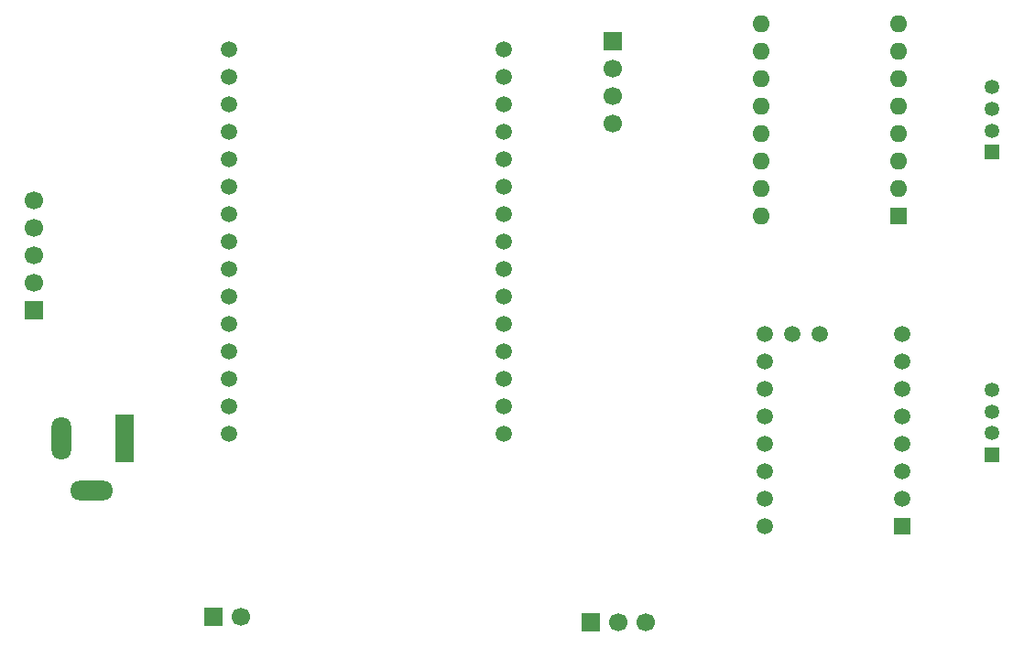
<source format=gbr>
%TF.GenerationSoftware,KiCad,Pcbnew,9.0.3*%
%TF.CreationDate,2025-08-14T15:00:20+02:00*%
%TF.ProjectId,Spool_Roller,53706f6f-6c5f-4526-9f6c-6c65722e6b69,rev?*%
%TF.SameCoordinates,Original*%
%TF.FileFunction,Copper,L1,Top*%
%TF.FilePolarity,Positive*%
%FSLAX46Y46*%
G04 Gerber Fmt 4.6, Leading zero omitted, Abs format (unit mm)*
G04 Created by KiCad (PCBNEW 9.0.3) date 2025-08-14 15:00:20*
%MOMM*%
%LPD*%
G01*
G04 APERTURE LIST*
%TA.AperFunction,ComponentPad*%
%ADD10R,1.700000X1.700000*%
%TD*%
%TA.AperFunction,ComponentPad*%
%ADD11C,1.700000*%
%TD*%
%TA.AperFunction,ComponentPad*%
%ADD12R,1.350000X1.350000*%
%TD*%
%TA.AperFunction,ComponentPad*%
%ADD13C,1.350000*%
%TD*%
%TA.AperFunction,ComponentPad*%
%ADD14R,1.600000X1.600000*%
%TD*%
%TA.AperFunction,ComponentPad*%
%ADD15O,1.600000X1.600000*%
%TD*%
%TA.AperFunction,ComponentPad*%
%ADD16R,1.508000X1.508000*%
%TD*%
%TA.AperFunction,ComponentPad*%
%ADD17C,1.508000*%
%TD*%
%TA.AperFunction,ComponentPad*%
%ADD18C,1.500000*%
%TD*%
%TA.AperFunction,ComponentPad*%
%ADD19R,1.800000X4.400000*%
%TD*%
%TA.AperFunction,ComponentPad*%
%ADD20O,1.800000X4.000000*%
%TD*%
%TA.AperFunction,ComponentPad*%
%ADD21O,4.000000X1.800000*%
%TD*%
G04 APERTURE END LIST*
D10*
%TO.P,SH1106_Display1,1,VCC*%
%TO.N,+3.3V*%
X107925000Y-54700000D03*
D11*
%TO.P,SH1106_Display1,2,VCC*%
%TO.N,GND*%
X107925000Y-57240000D03*
%TO.P,SH1106_Display1,3,SCK*%
%TO.N,Net-(SH1106_Display1-SCK)*%
X107925000Y-59780000D03*
%TO.P,SH1106_Display1,4,SDA*%
%TO.N,Net-(SH1106_Display1-SDA)*%
X107925000Y-62320000D03*
%TD*%
D12*
%TO.P,ROLL1,1*%
%TO.N,Net-(U2-M1A)*%
X143000000Y-93000000D03*
D13*
%TO.P,ROLL1,2,-*%
%TO.N,Net-(ROLL1--)*%
X143000000Y-91000000D03*
%TO.P,ROLL1,3*%
%TO.N,Net-(U2-M2A)*%
X143000000Y-89000000D03*
%TO.P,ROLL1,4*%
%TO.N,Net-(U2-M2B)*%
X143000000Y-87000000D03*
%TD*%
D10*
%TO.P,J3,1,Pin_1*%
%TO.N,Net-(J3-Pin_1)*%
X71000000Y-108000000D03*
D11*
%TO.P,J3,2,Pin_2*%
%TO.N,+12V*%
X73540000Y-108000000D03*
%TD*%
D10*
%TO.P,U3,1,Vin*%
%TO.N,+12V*%
X105920000Y-108500000D03*
D11*
%TO.P,U3,2,GND*%
%TO.N,GND*%
X108460000Y-108500000D03*
%TO.P,U3,3,Vout*%
%TO.N,+3.3V*%
X111000000Y-108500000D03*
%TD*%
D12*
%TO.P,GUIDE1,1*%
%TO.N,Net-(A1-1A)*%
X143000000Y-65000000D03*
D13*
%TO.P,GUIDE1,2,-*%
%TO.N,Net-(A1-1B)*%
X143000000Y-63000000D03*
%TO.P,GUIDE1,3*%
%TO.N,Net-(A1-2A)*%
X143000000Y-61000000D03*
%TO.P,GUIDE1,4*%
%TO.N,Net-(A1-2B)*%
X143000000Y-59000000D03*
%TD*%
D14*
%TO.P,A1,1,GND*%
%TO.N,GND*%
X134340000Y-70890000D03*
D15*
%TO.P,A1,2,VDD*%
%TO.N,+3.3V*%
X134340000Y-68350000D03*
%TO.P,A1,3,1B*%
%TO.N,Net-(A1-1B)*%
X134340000Y-65810000D03*
%TO.P,A1,4,1A*%
%TO.N,Net-(A1-1A)*%
X134340000Y-63270000D03*
%TO.P,A1,5,2A*%
%TO.N,Net-(A1-2A)*%
X134340000Y-60730000D03*
%TO.P,A1,6,2B*%
%TO.N,Net-(A1-2B)*%
X134340000Y-58190000D03*
%TO.P,A1,7,GND*%
%TO.N,GND*%
X134340000Y-55650000D03*
%TO.P,A1,8,VMOT*%
%TO.N,+12V*%
X134340000Y-53110000D03*
%TO.P,A1,9,~{ENABLE}*%
%TO.N,Net-(A1-~{ENABLE})*%
X121640000Y-53110000D03*
%TO.P,A1,10,MS1*%
%TO.N,+3.3V*%
X121640000Y-55650000D03*
%TO.P,A1,11,MS2*%
X121640000Y-58190000D03*
%TO.P,A1,12,MS3*%
X121640000Y-60730000D03*
%TO.P,A1,13,~{RESET}*%
X121640000Y-63270000D03*
%TO.P,A1,14,~{SLEEP}*%
X121640000Y-65810000D03*
%TO.P,A1,15,STEP*%
%TO.N,Net-(A1-STEP)*%
X121640000Y-68350000D03*
%TO.P,A1,16,DIR*%
%TO.N,Net-(A1-DIR)*%
X121640000Y-70890000D03*
%TD*%
D16*
%TO.P,U2,1,GND*%
%TO.N,GND*%
X134700000Y-99580000D03*
D17*
%TO.P,U2,2,VIO*%
%TO.N,+3.3V*%
X134700000Y-97040000D03*
%TO.P,U2,3,M1B*%
%TO.N,Net-(ROLL1--)*%
X134700000Y-94500000D03*
%TO.P,U2,4,M1A*%
%TO.N,Net-(U2-M1A)*%
X134700000Y-91960000D03*
%TO.P,U2,5,M2A*%
%TO.N,Net-(U2-M2A)*%
X134700000Y-89420000D03*
%TO.P,U2,6,M2B*%
%TO.N,Net-(U2-M2B)*%
X134700000Y-86880000D03*
%TO.P,U2,7,GND*%
%TO.N,GND*%
X134700000Y-84340000D03*
%TO.P,U2,8,VM*%
%TO.N,+12V*%
X134700000Y-81800000D03*
%TO.P,U2,9,DIR*%
%TO.N,Net-(U1-GPIO16)*%
X122000000Y-99580000D03*
%TO.P,U2,10,STEP*%
%TO.N,Net-(U1-GPIO17)*%
X122000000Y-97040000D03*
%TO.P,U2,11,PDN*%
%TO.N,unconnected-(U2-PDN-Pad11)*%
X122000000Y-94500000D03*
%TO.P,U2,12,UART*%
%TO.N,unconnected-(U2-UART-Pad12)*%
X122000000Y-91960000D03*
%TO.P,U2,13,SPRD*%
%TO.N,+3.3V*%
X122000000Y-89420000D03*
%TO.P,U2,14,MS2*%
X122000000Y-86880000D03*
%TO.P,U2,15,MS1*%
X122000000Y-84340000D03*
%TO.P,U2,16,~{EN}*%
%TO.N,Net-(U1-GPIO32)*%
X122000000Y-81800000D03*
%TO.P,U2,17,INDEX*%
%TO.N,unconnected-(U2-INDEX-Pad17)*%
X127080000Y-81800000D03*
%TO.P,U2,18,DIAG*%
%TO.N,unconnected-(U2-DIAG-Pad18)*%
X124540000Y-81800000D03*
%TD*%
D10*
%TO.P,J1,1,Pin_1*%
%TO.N,GND*%
X54400000Y-79660000D03*
D11*
%TO.P,J1,2,Pin_2*%
%TO.N,Net-(J1-Pin_2)*%
X54400000Y-77120000D03*
%TO.P,J1,3,Pin_3*%
%TO.N,Net-(J1-Pin_3)*%
X54400000Y-74580000D03*
%TO.P,J1,4,Pin_4*%
%TO.N,Net-(J1-Pin_4)*%
X54400000Y-72040000D03*
%TO.P,J1,5,Pin_5*%
%TO.N,Net-(J1-Pin_5)*%
X54400000Y-69500000D03*
%TD*%
D18*
%TO.P,U1,1,VIN*%
%TO.N,unconnected-(U1-VIN-Pad1)*%
X72500000Y-91060000D03*
%TO.P,U1,2,GND*%
%TO.N,GND*%
X72500000Y-88520000D03*
%TO.P,U1,3,GPIO13*%
%TO.N,Net-(A1-~{ENABLE})*%
X72500000Y-85980000D03*
%TO.P,U1,4,GPIO12*%
%TO.N,unconnected-(U1-GPIO12-Pad4)*%
X72500000Y-83440000D03*
%TO.P,U1,5,GPIO14*%
%TO.N,unconnected-(U1-GPIO14-Pad5)*%
X72500000Y-80900000D03*
%TO.P,U1,6,GPIO27*%
%TO.N,Net-(J1-Pin_2)*%
X72500000Y-78360000D03*
%TO.P,U1,7,GPIO26*%
%TO.N,Net-(J1-Pin_4)*%
X72500000Y-75820000D03*
%TO.P,U1,8,GPIO25*%
%TO.N,Net-(J1-Pin_5)*%
X72500000Y-73280000D03*
%TO.P,U1,9,GPIO33*%
%TO.N,unconnected-(U1-GPIO33-Pad9)*%
X72500000Y-70740000D03*
%TO.P,U1,10,GPIO32*%
%TO.N,Net-(U1-GPIO32)*%
X72500000Y-68200000D03*
%TO.P,U1,11,GPIO35*%
%TO.N,unconnected-(U1-GPIO35-Pad11)*%
X72500000Y-65660000D03*
%TO.P,U1,12,GPIO34*%
%TO.N,Net-(J1-Pin_3)*%
X72500000Y-63120000D03*
%TO.P,U1,13,GPIO39*%
%TO.N,unconnected-(U1-GPIO39-Pad13)*%
X72500000Y-60580000D03*
%TO.P,U1,14,GPIO36*%
%TO.N,unconnected-(U1-GPIO36-Pad14)*%
X72500000Y-58040000D03*
%TO.P,U1,15,EN*%
%TO.N,unconnected-(U1-EN-Pad15)*%
X72500000Y-55500000D03*
%TO.P,U1,16,3.3v*%
%TO.N,+3.3V*%
X97900000Y-91060000D03*
%TO.P,U1,17,GND*%
%TO.N,GND*%
X97900000Y-88520000D03*
%TO.P,U1,18,GPIO15*%
%TO.N,unconnected-(U1-GPIO15-Pad18)*%
X97900000Y-85980000D03*
%TO.P,U1,19,GPIO2*%
%TO.N,unconnected-(U1-GPIO2-Pad19)*%
X97900000Y-83440000D03*
%TO.P,U1,20,GPIO4*%
%TO.N,unconnected-(U1-GPIO4-Pad20)*%
X97900000Y-80900000D03*
%TO.P,U1,21,GPIO16*%
%TO.N,Net-(U1-GPIO16)*%
X97900000Y-78360000D03*
%TO.P,U1,22,GPIO17*%
%TO.N,Net-(U1-GPIO17)*%
X97900000Y-75820000D03*
%TO.P,U1,23,GPIO5*%
%TO.N,unconnected-(U1-GPIO5-Pad23)*%
X97900000Y-73280000D03*
%TO.P,U1,24,GPIO18*%
%TO.N,Net-(A1-DIR)*%
X97900000Y-70740000D03*
%TO.P,U1,25,GPIO19*%
%TO.N,Net-(A1-STEP)*%
X97900000Y-68200000D03*
%TO.P,U1,26,GPIO21*%
%TO.N,Net-(SH1106_Display1-SDA)*%
X97900000Y-65660000D03*
%TO.P,U1,27,GPIO3*%
%TO.N,unconnected-(U1-GPIO3-Pad27)*%
X97900000Y-63120000D03*
%TO.P,U1,28,GPIO1*%
%TO.N,unconnected-(U1-GPIO1-Pad28)*%
X97900000Y-60580000D03*
%TO.P,U1,29,GPIO22*%
%TO.N,Net-(SH1106_Display1-SCK)*%
X97900000Y-58040000D03*
%TO.P,U1,30,GPIO23*%
%TO.N,unconnected-(U1-GPIO23-Pad30)*%
X97900000Y-55500000D03*
%TD*%
D19*
%TO.P,J4,1*%
%TO.N,Net-(J3-Pin_1)*%
X62800000Y-91500000D03*
D20*
%TO.P,J4,2*%
%TO.N,GND*%
X57000000Y-91500000D03*
D21*
%TO.P,J4,3*%
%TO.N,N/C*%
X59800000Y-96300000D03*
%TD*%
M02*

</source>
